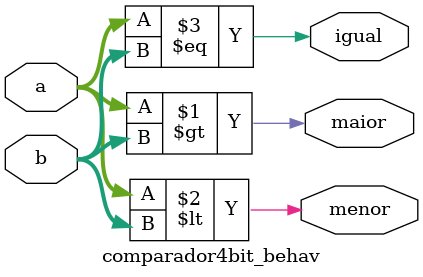
<source format=v>
module comparador4bit_behav (
    input wire [3:0] a,
    input wire [3:0] b,
    output wire maior, // a > b
    output wire menor, // a < b
    output wire igual  // a == b
);

    assign maior = (a > b);
    assign menor = (a < b);
    assign igual = (a == b);

endmodule
</source>
